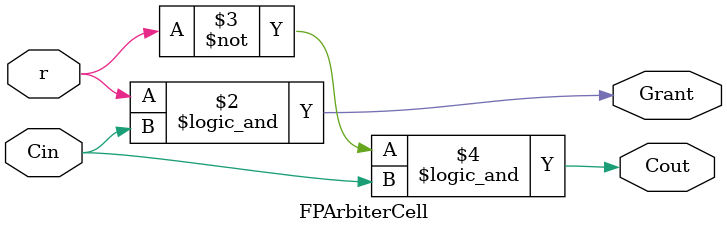
<source format=sv>

module FPArbiterCell
  (output logic Cout, Grant, input logic r, Cin);
  
  always_comb
    begin
    Grant = r && Cin;
    Cout = ~r && Cin;
    end
    
endmodule
</source>
